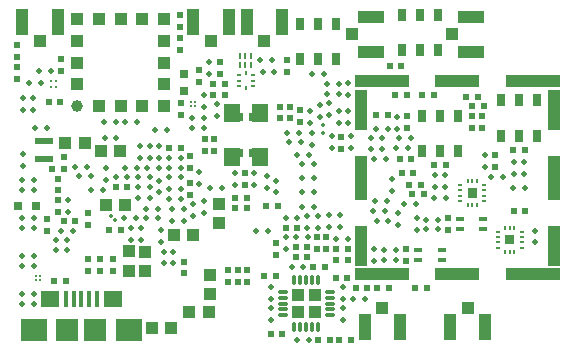
<source format=gtp>
G04*
G04 #@! TF.GenerationSoftware,Altium Limited,Altium Designer,19.0.15 (446)*
G04*
G04 Layer_Color=8421504*
%FSLAX24Y24*%
%MOIN*%
G70*
G01*
G75*
%ADD19R,0.0433X0.0433*%
%ADD20R,0.0433X0.0433*%
%ADD21R,0.0394X0.1319*%
%ADD22R,0.0197X0.0197*%
G04:AMPARAMS|DCode=23|XSize=19.7mil|YSize=19.7mil|CornerRadius=6.9mil|HoleSize=0mil|Usage=FLASHONLY|Rotation=180.000|XOffset=0mil|YOffset=0mil|HoleType=Round|Shape=RoundedRectangle|*
%AMROUNDEDRECTD23*
21,1,0.0197,0.0059,0,0,180.0*
21,1,0.0059,0.0197,0,0,180.0*
1,1,0.0138,-0.0030,0.0030*
1,1,0.0138,0.0030,0.0030*
1,1,0.0138,0.0030,-0.0030*
1,1,0.0138,-0.0030,-0.0030*
%
%ADD23ROUNDEDRECTD23*%
%ADD24R,0.0299X0.0449*%
%ADD25C,0.0079*%
%ADD26R,0.0315X0.0315*%
%ADD27R,0.0315X0.0315*%
%ADD28R,0.0197X0.0197*%
%ADD29R,0.0630X0.0197*%
%ADD30R,0.0433X0.0866*%
%ADD31R,0.0394X0.0413*%
%ADD32R,0.0157X0.0551*%
G04:AMPARAMS|DCode=33|XSize=19.7mil|YSize=19.7mil|CornerRadius=6.9mil|HoleSize=0mil|Usage=FLASHONLY|Rotation=90.000|XOffset=0mil|YOffset=0mil|HoleType=Round|Shape=RoundedRectangle|*
%AMROUNDEDRECTD33*
21,1,0.0197,0.0059,0,0,90.0*
21,1,0.0059,0.0197,0,0,90.0*
1,1,0.0138,0.0030,0.0030*
1,1,0.0138,0.0030,-0.0030*
1,1,0.0138,-0.0030,-0.0030*
1,1,0.0138,-0.0030,0.0030*
%
%ADD33ROUNDEDRECTD33*%
%ADD34O,0.0110X0.0354*%
%ADD35O,0.0354X0.0110*%
%ADD36R,0.0866X0.0433*%
%ADD37R,0.0413X0.0394*%
%ADD38R,0.0394X0.0394*%
%ADD39C,0.0394*%
%ADD40R,0.0394X0.0394*%
%ADD41R,0.0400X0.0400*%
%ADD42R,0.0400X0.0400*%
%ADD43R,0.0295X0.0157*%
%ADD44O,0.0197X0.0079*%
%ADD45O,0.0079X0.0197*%
G04:AMPARAMS|DCode=46|XSize=16.5mil|YSize=9.8mil|CornerRadius=2.5mil|HoleSize=0mil|Usage=FLASHONLY|Rotation=180.000|XOffset=0mil|YOffset=0mil|HoleType=Round|Shape=RoundedRectangle|*
%AMROUNDEDRECTD46*
21,1,0.0165,0.0049,0,0,180.0*
21,1,0.0116,0.0098,0,0,180.0*
1,1,0.0049,-0.0058,0.0025*
1,1,0.0049,0.0058,0.0025*
1,1,0.0049,0.0058,-0.0025*
1,1,0.0049,-0.0058,-0.0025*
%
%ADD46ROUNDEDRECTD46*%
G04:AMPARAMS|DCode=47|XSize=16.5mil|YSize=9.8mil|CornerRadius=2.5mil|HoleSize=0mil|Usage=FLASHONLY|Rotation=270.000|XOffset=0mil|YOffset=0mil|HoleType=Round|Shape=RoundedRectangle|*
%AMROUNDEDRECTD47*
21,1,0.0165,0.0049,0,0,270.0*
21,1,0.0116,0.0098,0,0,270.0*
1,1,0.0049,-0.0025,-0.0058*
1,1,0.0049,-0.0025,0.0058*
1,1,0.0049,0.0025,0.0058*
1,1,0.0049,0.0025,-0.0058*
%
%ADD47ROUNDEDRECTD47*%
%ADD48R,0.0551X0.0591*%
%ADD49R,0.0354X0.0315*%
%ADD50R,0.0098X0.0207*%
%ADD51R,0.1496X0.0394*%
%ADD52R,0.1791X0.0394*%
%ADD53R,0.0394X0.1496*%
%ADD54R,0.0748X0.0748*%
%ADD55R,0.0906X0.0748*%
%ADD56R,0.0630X0.0551*%
%ADD57O,0.0138X0.0157*%
%ADD58C,0.0138*%
G36*
X52382Y39360D02*
Y39675D01*
X52067D01*
Y39360D01*
X52382D01*
D02*
G37*
G36*
X51132Y40915D02*
Y41230D01*
X50817D01*
Y40915D01*
X51132D01*
D02*
G37*
G54D19*
X45718Y37667D02*
D03*
X45167Y37116D02*
D03*
G54D20*
X45718Y37116D02*
D03*
X45167Y37667D02*
D03*
G54D21*
X53691Y43858D02*
D03*
X53691Y39311D02*
D03*
X47274D02*
D03*
X47274Y43858D02*
D03*
G54D22*
X52352Y40463D02*
D03*
X52746D02*
D03*
X49075Y37904D02*
D03*
X49468D02*
D03*
X48189Y37923D02*
D03*
X47795D02*
D03*
X47480D02*
D03*
X47087D02*
D03*
X36959Y41870D02*
D03*
X37352D02*
D03*
X52333Y42510D02*
D03*
X52726D02*
D03*
X50108Y42008D02*
D03*
X49715D02*
D03*
X46417Y38258D02*
D03*
X46811D02*
D03*
X45659Y38593D02*
D03*
X46053D02*
D03*
X46939Y36191D02*
D03*
X46545D02*
D03*
X45837D02*
D03*
X46230D02*
D03*
X48622Y41732D02*
D03*
X49016D02*
D03*
X47766Y43671D02*
D03*
X48159D02*
D03*
X49360Y41034D02*
D03*
X48967D02*
D03*
X49272Y41349D02*
D03*
X48878D02*
D03*
X44754Y39921D02*
D03*
X45148D02*
D03*
X39252Y39843D02*
D03*
X38858D02*
D03*
X48809Y44331D02*
D03*
X48415D02*
D03*
X45089Y39282D02*
D03*
X45482D02*
D03*
X48553Y42195D02*
D03*
X48947D02*
D03*
X44488Y40650D02*
D03*
X44094D02*
D03*
X39085Y41289D02*
D03*
X39478D02*
D03*
X43071Y40925D02*
D03*
X43465D02*
D03*
X40856Y42589D02*
D03*
X41250D02*
D03*
X43071Y40591D02*
D03*
X43465D02*
D03*
X45089Y38927D02*
D03*
X45482D02*
D03*
X44045Y38307D02*
D03*
X44439D02*
D03*
X44252Y36368D02*
D03*
X44646D02*
D03*
X51368Y43967D02*
D03*
X50974D02*
D03*
X51152Y44282D02*
D03*
X50758D02*
D03*
X42333Y44695D02*
D03*
X42726D02*
D03*
Y44341D02*
D03*
X42333D02*
D03*
X37244Y44124D02*
D03*
X36850D02*
D03*
X37746Y40138D02*
D03*
X37352D02*
D03*
X49301Y44331D02*
D03*
X49695D02*
D03*
X48612Y45305D02*
D03*
X48218D02*
D03*
X37431Y38140D02*
D03*
X37037D02*
D03*
G54D23*
X49705Y40925D02*
D03*
X50098D02*
D03*
X37087Y39183D02*
D03*
X37480D02*
D03*
X51998Y41604D02*
D03*
X51604D02*
D03*
X46526Y44380D02*
D03*
Y44695D02*
D03*
X45640Y45049D02*
D03*
X46033D02*
D03*
X44380Y45108D02*
D03*
X43986D02*
D03*
X45187Y43081D02*
D03*
X44793D02*
D03*
X45305Y40620D02*
D03*
X45699D02*
D03*
X45305Y41093D02*
D03*
X45699D02*
D03*
X45305Y42038D02*
D03*
X45699D02*
D03*
X45148Y42352D02*
D03*
X45541D02*
D03*
X35974Y39912D02*
D03*
X36368D02*
D03*
X35974Y40226D02*
D03*
X36368D02*
D03*
X35974Y37392D02*
D03*
X36368D02*
D03*
X35974Y37707D02*
D03*
X36368D02*
D03*
Y38652D02*
D03*
X35974D02*
D03*
X36368Y38967D02*
D03*
X35974D02*
D03*
X39478Y41604D02*
D03*
X39085D02*
D03*
X37736Y41949D02*
D03*
X38130D02*
D03*
X38258Y41634D02*
D03*
X37864D02*
D03*
X38652Y41191D02*
D03*
X38258D02*
D03*
X40226Y41604D02*
D03*
X39833D02*
D03*
X40856Y42234D02*
D03*
X41250D02*
D03*
X40541Y41919D02*
D03*
X40148D02*
D03*
X40856Y41604D02*
D03*
X41250D02*
D03*
X39764Y40236D02*
D03*
X39370D02*
D03*
X40856Y40866D02*
D03*
X41250D02*
D03*
X41644Y43563D02*
D03*
X42037D02*
D03*
X41644Y43248D02*
D03*
X42037D02*
D03*
X40856Y41211D02*
D03*
X41250D02*
D03*
X39114Y42894D02*
D03*
X38720D02*
D03*
X40502Y40551D02*
D03*
X40108D02*
D03*
X40974Y40138D02*
D03*
X41368D02*
D03*
X39793Y41919D02*
D03*
X39400D02*
D03*
X42234Y41250D02*
D03*
X42628D02*
D03*
X40974Y40541D02*
D03*
X41368D02*
D03*
X40502Y40236D02*
D03*
X40108D02*
D03*
X41250Y41919D02*
D03*
X40856D02*
D03*
X52726Y41250D02*
D03*
X52333D02*
D03*
X44163Y39793D02*
D03*
X43770D02*
D03*
X39409Y43455D02*
D03*
X39803D02*
D03*
X38701D02*
D03*
X39094D02*
D03*
X36398Y43228D02*
D03*
X36791D02*
D03*
X45276Y42766D02*
D03*
X44882D02*
D03*
X45148Y40246D02*
D03*
X44754D02*
D03*
X45699Y41565D02*
D03*
X45305D02*
D03*
X47707Y42195D02*
D03*
X48100D02*
D03*
X47589Y42894D02*
D03*
X47982D02*
D03*
X48927Y42904D02*
D03*
X48533D02*
D03*
X47589Y42559D02*
D03*
X47982D02*
D03*
X48829Y42589D02*
D03*
X48435D02*
D03*
X47736Y40807D02*
D03*
X48130D02*
D03*
X47785Y40148D02*
D03*
X48179D02*
D03*
X48159Y43219D02*
D03*
X47766D02*
D03*
X46447Y39538D02*
D03*
X46841D02*
D03*
X45492Y39597D02*
D03*
X45098D02*
D03*
X48061Y40492D02*
D03*
X47667D02*
D03*
X48691Y40719D02*
D03*
X49085D02*
D03*
X46132Y44695D02*
D03*
Y44380D02*
D03*
X36929Y45138D02*
D03*
X36535D02*
D03*
X48032Y39163D02*
D03*
X48425D02*
D03*
X48032Y38849D02*
D03*
X48425D02*
D03*
X49449Y40187D02*
D03*
X49843D02*
D03*
X49449Y39872D02*
D03*
X49843D02*
D03*
X35974Y41496D02*
D03*
Y41171D02*
D03*
X36368Y41496D02*
D03*
Y41171D02*
D03*
X45128Y36191D02*
D03*
X45522D02*
D03*
X44951Y38593D02*
D03*
X45344D02*
D03*
X44301Y45502D02*
D03*
X43907D02*
D03*
X37480Y39498D02*
D03*
X37087D02*
D03*
X37264Y39823D02*
D03*
X37657D02*
D03*
X36211Y44734D02*
D03*
X36604D02*
D03*
X47402Y37530D02*
D03*
X47008D02*
D03*
X40787Y43169D02*
D03*
X40394D02*
D03*
G54D24*
X53128Y42982D02*
D03*
X52530D02*
D03*
X51931D02*
D03*
Y44163D02*
D03*
X53128D02*
D03*
X52530D02*
D03*
X50500Y42461D02*
D03*
X49902D02*
D03*
X49303D02*
D03*
Y43642D02*
D03*
X50500D02*
D03*
X49902D02*
D03*
X49821Y45837D02*
D03*
X45238Y45532D02*
D03*
X49222Y47018D02*
D03*
X49821D02*
D03*
X48624D02*
D03*
Y45837D02*
D03*
X49222D02*
D03*
X45837Y46713D02*
D03*
X46435D02*
D03*
X45238D02*
D03*
X45837Y45532D02*
D03*
X46435D02*
D03*
G54D25*
X41594Y44114D02*
D03*
X41732D02*
D03*
X41594Y43976D02*
D03*
X41732D02*
D03*
X36437Y38307D02*
D03*
X36575D02*
D03*
X36437Y38169D02*
D03*
X36575D02*
D03*
X37116Y44606D02*
D03*
X36919D02*
D03*
X37116Y44803D02*
D03*
X36919D02*
D03*
G54D26*
X41378Y45059D02*
D03*
Y44469D02*
D03*
G54D27*
X36437Y40630D02*
D03*
X35846D02*
D03*
G54D28*
X35787Y46004D02*
D03*
Y45610D02*
D03*
X41230Y46998D02*
D03*
Y46604D02*
D03*
Y46230D02*
D03*
Y45837D02*
D03*
X37283Y45532D02*
D03*
Y45138D02*
D03*
X50157Y40236D02*
D03*
Y39843D02*
D03*
X48750Y38809D02*
D03*
Y39203D02*
D03*
X51722Y41949D02*
D03*
Y42343D02*
D03*
X44419Y39410D02*
D03*
Y39016D02*
D03*
X45807Y39203D02*
D03*
Y39597D02*
D03*
X48809Y43248D02*
D03*
Y43642D02*
D03*
X41358Y38789D02*
D03*
Y38396D02*
D03*
X38150Y40413D02*
D03*
Y40020D02*
D03*
X46447Y38829D02*
D03*
Y39223D02*
D03*
X46841Y39223D02*
D03*
Y38829D02*
D03*
X46116Y39597D02*
D03*
Y39203D02*
D03*
X45226Y43445D02*
D03*
Y43839D02*
D03*
X42382Y42864D02*
D03*
Y42471D02*
D03*
X42579Y45049D02*
D03*
Y45443D02*
D03*
X41860Y45167D02*
D03*
Y44774D02*
D03*
X44902Y43563D02*
D03*
Y43957D02*
D03*
X41565Y41014D02*
D03*
Y41408D02*
D03*
Y41919D02*
D03*
Y42313D02*
D03*
X46604Y42953D02*
D03*
Y42559D02*
D03*
X36791Y39813D02*
D03*
Y40207D02*
D03*
X35787Y44882D02*
D03*
Y45276D02*
D03*
X41260Y44075D02*
D03*
Y43681D02*
D03*
X50974Y43258D02*
D03*
Y43652D02*
D03*
X51289Y43258D02*
D03*
Y43652D02*
D03*
X43386Y41752D02*
D03*
Y41358D02*
D03*
X37175Y40847D02*
D03*
Y40453D02*
D03*
X44803Y45512D02*
D03*
Y45118D02*
D03*
X37352Y41870D02*
D03*
Y42264D02*
D03*
X37175Y41555D02*
D03*
Y41162D02*
D03*
X38150Y38878D02*
D03*
Y38484D02*
D03*
X38986Y38878D02*
D03*
Y38484D02*
D03*
X38573Y38878D02*
D03*
Y38484D02*
D03*
X44567Y43957D02*
D03*
Y43563D02*
D03*
X43474Y38110D02*
D03*
Y38504D02*
D03*
X42844Y38110D02*
D03*
Y38504D02*
D03*
X43159Y38110D02*
D03*
Y38504D02*
D03*
X42067Y42471D02*
D03*
Y42864D02*
D03*
G54D29*
X36703Y42205D02*
D03*
Y42795D02*
D03*
G54D30*
X50226Y36604D02*
D03*
X51407D02*
D03*
X43455Y46762D02*
D03*
X44636D02*
D03*
X42864D02*
D03*
X41683D02*
D03*
X35974D02*
D03*
X37156D02*
D03*
X48573Y36604D02*
D03*
X47392D02*
D03*
G54D31*
X50817Y37234D02*
D03*
X44045Y46132D02*
D03*
X42274D02*
D03*
X36565D02*
D03*
X47982Y37234D02*
D03*
G54D32*
X37687Y37549D02*
D03*
X37943D02*
D03*
X38455D02*
D03*
X38199D02*
D03*
X37431D02*
D03*
G54D33*
X46654Y37943D02*
D03*
Y37549D02*
D03*
Y36841D02*
D03*
Y37234D02*
D03*
X52352Y41723D02*
D03*
X52697D02*
D03*
X52352Y42116D02*
D03*
X52697D02*
D03*
X40600Y39439D02*
D03*
Y39833D02*
D03*
X45581Y43415D02*
D03*
Y43809D02*
D03*
X42451Y44026D02*
D03*
Y43632D02*
D03*
X43701Y41752D02*
D03*
Y41358D02*
D03*
X43071Y41752D02*
D03*
Y41358D02*
D03*
X39833Y41289D02*
D03*
Y40896D02*
D03*
X38770Y41900D02*
D03*
Y41506D02*
D03*
X40226Y41289D02*
D03*
Y40896D02*
D03*
X40541Y41486D02*
D03*
Y41093D02*
D03*
Y42234D02*
D03*
Y42628D02*
D03*
X39921Y39912D02*
D03*
Y39518D02*
D03*
X41880Y41762D02*
D03*
Y41368D02*
D03*
X39911Y42234D02*
D03*
Y42628D02*
D03*
X40699Y39124D02*
D03*
Y38730D02*
D03*
X40226Y42628D02*
D03*
Y42234D02*
D03*
X42028Y40807D02*
D03*
Y40413D02*
D03*
X41683Y40699D02*
D03*
Y40305D02*
D03*
X41014Y39124D02*
D03*
Y38730D02*
D03*
X36014Y44242D02*
D03*
Y43849D02*
D03*
X36329Y44242D02*
D03*
Y43849D02*
D03*
X36014Y41988D02*
D03*
Y42382D02*
D03*
X44439Y41093D02*
D03*
Y41486D02*
D03*
X44124Y41644D02*
D03*
Y41250D02*
D03*
X45640Y42667D02*
D03*
Y43061D02*
D03*
X46211Y40345D02*
D03*
Y39951D02*
D03*
X48474Y43612D02*
D03*
Y43219D02*
D03*
X48494Y40010D02*
D03*
Y40404D02*
D03*
X48307Y41132D02*
D03*
Y41526D02*
D03*
X46919Y42973D02*
D03*
Y42579D02*
D03*
X46841Y43406D02*
D03*
Y43799D02*
D03*
X46211Y43671D02*
D03*
Y44065D02*
D03*
X46526Y43406D02*
D03*
Y43799D02*
D03*
X46289Y42982D02*
D03*
Y42589D02*
D03*
X45896Y43622D02*
D03*
Y44016D02*
D03*
X46565Y39951D02*
D03*
Y40345D02*
D03*
X45463Y39912D02*
D03*
Y40305D02*
D03*
X44774Y39203D02*
D03*
Y39597D02*
D03*
X45817Y39912D02*
D03*
Y40305D02*
D03*
X46841Y44341D02*
D03*
Y44734D02*
D03*
X49744Y41280D02*
D03*
Y41673D02*
D03*
X50059Y41280D02*
D03*
Y41673D02*
D03*
X53081Y39429D02*
D03*
Y39823D02*
D03*
X42215Y45049D02*
D03*
Y45443D02*
D03*
X47707Y39203D02*
D03*
Y38809D02*
D03*
X49134Y39843D02*
D03*
Y40236D02*
D03*
X42018Y43947D02*
D03*
Y44341D02*
D03*
X39606Y39912D02*
D03*
Y39518D02*
D03*
X37510Y40453D02*
D03*
Y40847D02*
D03*
X44252Y37549D02*
D03*
Y37943D02*
D03*
Y37234D02*
D03*
Y36841D02*
D03*
X51407Y42343D02*
D03*
Y41949D02*
D03*
G54D34*
X45049Y38179D02*
D03*
X45246D02*
D03*
X45443D02*
D03*
X45640D02*
D03*
X45837D02*
D03*
Y36604D02*
D03*
X45640D02*
D03*
X45443D02*
D03*
X45246D02*
D03*
X45049D02*
D03*
G54D35*
X46230Y37786D02*
D03*
Y37589D02*
D03*
Y37392D02*
D03*
Y37195D02*
D03*
Y36998D02*
D03*
X44656D02*
D03*
Y37195D02*
D03*
Y37392D02*
D03*
Y37589D02*
D03*
Y37786D02*
D03*
G54D36*
X47589Y45778D02*
D03*
Y46959D02*
D03*
X50935D02*
D03*
Y45778D02*
D03*
G54D37*
X46959Y46368D02*
D03*
X50305D02*
D03*
G54D38*
X38524Y46880D02*
D03*
X37795D02*
D03*
Y46152D02*
D03*
Y45423D02*
D03*
Y44695D02*
D03*
X39980Y43967D02*
D03*
X39252D02*
D03*
X38524D02*
D03*
X40709D02*
D03*
G54D39*
X37795D02*
D03*
G54D40*
X39252Y46880D02*
D03*
X39980D02*
D03*
X40709D02*
D03*
Y46152D02*
D03*
Y45423D02*
D03*
Y44695D02*
D03*
G54D41*
X37411Y42736D02*
D03*
X38051D02*
D03*
X41028Y39675D02*
D03*
X41669D02*
D03*
X39242Y42480D02*
D03*
X38602D02*
D03*
X39409Y40689D02*
D03*
X38769D02*
D03*
X42185Y37106D02*
D03*
X41545D02*
D03*
X40305Y36575D02*
D03*
X40945D02*
D03*
G54D42*
X42549Y40064D02*
D03*
Y40704D02*
D03*
X42224Y37697D02*
D03*
Y38337D02*
D03*
X40059Y38484D02*
D03*
Y39125D02*
D03*
X39518Y38489D02*
D03*
Y39129D02*
D03*
G54D43*
X49183Y38849D02*
D03*
Y39163D02*
D03*
X49951D02*
D03*
Y38849D02*
D03*
X50581Y39882D02*
D03*
Y40197D02*
D03*
X51348D02*
D03*
Y39882D02*
D03*
G54D44*
X51831Y39784D02*
D03*
X52618D02*
D03*
Y39252D02*
D03*
Y39429D02*
D03*
Y39606D02*
D03*
X51831D02*
D03*
Y39429D02*
D03*
Y39252D02*
D03*
X50581Y41339D02*
D03*
X51368D02*
D03*
Y40807D02*
D03*
Y40984D02*
D03*
Y41162D02*
D03*
X50581D02*
D03*
Y40984D02*
D03*
Y40807D02*
D03*
G54D45*
X52382Y39912D02*
D03*
X52224D02*
D03*
X52067D02*
D03*
Y39124D02*
D03*
X52224D02*
D03*
X52382D02*
D03*
X51132Y41467D02*
D03*
X50974D02*
D03*
X50817D02*
D03*
Y40679D02*
D03*
X50974D02*
D03*
X51132D02*
D03*
G54D46*
X43679Y44626D02*
D03*
Y44823D02*
D03*
Y45020D02*
D03*
X43191Y44626D02*
D03*
Y44823D02*
D03*
Y45020D02*
D03*
G54D47*
X43435Y44583D02*
D03*
Y45063D02*
D03*
G54D48*
X43892Y42272D02*
D03*
Y43752D02*
D03*
X42959Y42272D02*
D03*
Y43752D02*
D03*
G54D49*
X43701Y42412D02*
D03*
Y43612D02*
D03*
X43150Y42412D02*
D03*
Y43612D02*
D03*
G54D50*
X43612Y45354D02*
D03*
X43415D02*
D03*
X43218D02*
D03*
Y45640D02*
D03*
X43415D02*
D03*
X43612D02*
D03*
G54D51*
X50482Y44793D02*
D03*
Y38376D02*
D03*
G54D52*
X52992Y44793D02*
D03*
X47972D02*
D03*
Y38376D02*
D03*
X52992D02*
D03*
G54D53*
X53691Y41585D02*
D03*
X47274D02*
D03*
G54D54*
X38415Y36506D02*
D03*
X37470D02*
D03*
G54D55*
X39518D02*
D03*
X36368D02*
D03*
G54D56*
X36893Y37535D02*
D03*
X38993D02*
D03*
G54D57*
X45985Y43073D02*
D03*
Y43335D02*
D03*
G54D58*
X38917Y40305D02*
D03*
X39055Y40167D02*
D03*
M02*

</source>
